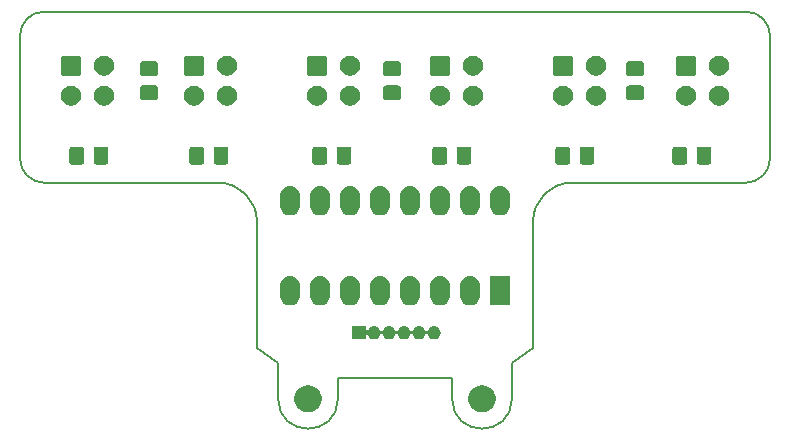
<source format=gbr>
%TF.GenerationSoftware,KiCad,Pcbnew,(5.0.1-3-g963ef8bb5)*%
%TF.CreationDate,2018-11-27T10:46:30+01:00*%
%TF.ProjectId,sensores,73656E736F7265732E6B696361645F70,rev?*%
%TF.SameCoordinates,Original*%
%TF.FileFunction,Soldermask,Bot*%
%TF.FilePolarity,Negative*%
%FSLAX46Y46*%
G04 Gerber Fmt 4.6, Leading zero omitted, Abs format (unit mm)*
G04 Created by KiCad (PCBNEW (5.0.1-3-g963ef8bb5)) date 2018 November 27, Tuesday 10:46:30*
%MOMM*%
%LPD*%
G01*
G04 APERTURE LIST*
%ADD10C,0.150000*%
%ADD11C,0.200000*%
%ADD12C,0.100000*%
G04 APERTURE END LIST*
D10*
X134620000Y-95504000D02*
X134620000Y-97282000D01*
X124968000Y-95504000D02*
X124968000Y-97282000D01*
X124968000Y-95504000D02*
X134620000Y-95504000D01*
X139700000Y-97282000D02*
G75*
G02X134620000Y-97282000I-2540000J0D01*
G01*
X124968000Y-97282000D02*
G75*
G02X119888000Y-97282000I-2540000J0D01*
G01*
X141478000Y-82296000D02*
X141478000Y-92964000D01*
X118110000Y-82296000D02*
X118110000Y-92964000D01*
X100076000Y-78994000D02*
X114808000Y-78994000D01*
X98044000Y-66548000D02*
X98044000Y-76962000D01*
X159512000Y-64516000D02*
X100076000Y-64516000D01*
X161544000Y-76962000D02*
X161544000Y-66548000D01*
X144780000Y-78994000D02*
X159512000Y-78994000D01*
D11*
X141478000Y-82296000D02*
G75*
G02X144780000Y-78994000I3302000J0D01*
G01*
X114808000Y-78994000D02*
G75*
G02X118110000Y-82296000I0J-3302000D01*
G01*
X100076000Y-78994000D02*
G75*
G02X98044000Y-76962000I0J2032000D01*
G01*
X161544000Y-76962000D02*
G75*
G02X159512000Y-78994000I-2032000J0D01*
G01*
D10*
X159512000Y-64516000D02*
G75*
G02X161544000Y-66548000I0J-2032000D01*
G01*
X98044000Y-66548000D02*
G75*
G02X100076000Y-64516000I2032000J0D01*
G01*
X118110000Y-92964000D02*
X119888000Y-94234000D01*
X139700000Y-94234000D02*
X141478000Y-92964000D01*
X139700000Y-94234000D02*
X139700000Y-97282000D01*
X119888000Y-94234000D02*
X119888000Y-97282000D01*
D12*
G36*
X137495734Y-96175232D02*
X137705202Y-96261996D01*
X137893723Y-96387962D01*
X138054038Y-96548277D01*
X138180004Y-96736798D01*
X138266768Y-96946266D01*
X138311000Y-97168635D01*
X138311000Y-97395365D01*
X138266768Y-97617734D01*
X138180004Y-97827202D01*
X138054038Y-98015723D01*
X137893723Y-98176038D01*
X137705202Y-98302004D01*
X137495734Y-98388768D01*
X137273365Y-98433000D01*
X137046635Y-98433000D01*
X136824266Y-98388768D01*
X136614798Y-98302004D01*
X136426277Y-98176038D01*
X136265962Y-98015723D01*
X136139996Y-97827202D01*
X136053232Y-97617734D01*
X136009000Y-97395365D01*
X136009000Y-97168635D01*
X136053232Y-96946266D01*
X136139996Y-96736798D01*
X136265962Y-96548277D01*
X136426277Y-96387962D01*
X136614798Y-96261996D01*
X136824266Y-96175232D01*
X137046635Y-96131000D01*
X137273365Y-96131000D01*
X137495734Y-96175232D01*
X137495734Y-96175232D01*
G37*
G36*
X122763734Y-96175232D02*
X122973202Y-96261996D01*
X123161723Y-96387962D01*
X123322038Y-96548277D01*
X123448004Y-96736798D01*
X123534768Y-96946266D01*
X123579000Y-97168635D01*
X123579000Y-97395365D01*
X123534768Y-97617734D01*
X123448004Y-97827202D01*
X123322038Y-98015723D01*
X123161723Y-98176038D01*
X122973202Y-98302004D01*
X122763734Y-98388768D01*
X122541365Y-98433000D01*
X122314635Y-98433000D01*
X122092266Y-98388768D01*
X121882798Y-98302004D01*
X121694277Y-98176038D01*
X121533962Y-98015723D01*
X121407996Y-97827202D01*
X121321232Y-97617734D01*
X121277000Y-97395365D01*
X121277000Y-97168635D01*
X121321232Y-96946266D01*
X121407996Y-96736798D01*
X121533962Y-96548277D01*
X121694277Y-96387962D01*
X121882798Y-96261996D01*
X122092266Y-96175232D01*
X122314635Y-96131000D01*
X122541365Y-96131000D01*
X122763734Y-96175232D01*
X122763734Y-96175232D01*
G37*
G36*
X127297000Y-91371262D02*
X127299402Y-91395648D01*
X127306515Y-91419097D01*
X127318066Y-91440708D01*
X127333612Y-91459650D01*
X127352554Y-91475196D01*
X127374165Y-91486747D01*
X127397614Y-91493860D01*
X127422000Y-91496262D01*
X127446386Y-91493860D01*
X127469835Y-91486747D01*
X127491446Y-91475196D01*
X127510388Y-91459650D01*
X127532236Y-91430192D01*
X127555644Y-91386400D01*
X127624499Y-91302499D01*
X127708400Y-91233644D01*
X127804121Y-91182479D01*
X127907985Y-91150973D01*
X127988933Y-91143000D01*
X128043067Y-91143000D01*
X128124015Y-91150973D01*
X128227879Y-91182479D01*
X128323600Y-91233644D01*
X128407501Y-91302499D01*
X128476356Y-91386400D01*
X128527521Y-91482121D01*
X128531383Y-91494854D01*
X128540760Y-91517493D01*
X128554374Y-91537867D01*
X128571701Y-91555194D01*
X128592076Y-91568808D01*
X128614715Y-91578186D01*
X128638748Y-91582966D01*
X128663252Y-91582966D01*
X128687286Y-91578185D01*
X128709925Y-91568808D01*
X128730299Y-91555194D01*
X128747626Y-91537867D01*
X128761240Y-91517492D01*
X128770617Y-91494854D01*
X128774479Y-91482121D01*
X128825644Y-91386400D01*
X128894499Y-91302499D01*
X128978400Y-91233644D01*
X129074121Y-91182479D01*
X129177985Y-91150973D01*
X129258933Y-91143000D01*
X129313067Y-91143000D01*
X129394015Y-91150973D01*
X129497879Y-91182479D01*
X129593600Y-91233644D01*
X129677501Y-91302499D01*
X129746356Y-91386400D01*
X129797521Y-91482121D01*
X129801383Y-91494854D01*
X129810760Y-91517493D01*
X129824374Y-91537867D01*
X129841701Y-91555194D01*
X129862076Y-91568808D01*
X129884715Y-91578186D01*
X129908748Y-91582966D01*
X129933252Y-91582966D01*
X129957286Y-91578185D01*
X129979925Y-91568808D01*
X130000299Y-91555194D01*
X130017626Y-91537867D01*
X130031240Y-91517492D01*
X130040617Y-91494854D01*
X130044479Y-91482121D01*
X130095644Y-91386400D01*
X130164499Y-91302499D01*
X130248400Y-91233644D01*
X130344121Y-91182479D01*
X130447985Y-91150973D01*
X130528933Y-91143000D01*
X130583067Y-91143000D01*
X130664015Y-91150973D01*
X130767879Y-91182479D01*
X130863600Y-91233644D01*
X130947501Y-91302499D01*
X131016356Y-91386400D01*
X131067521Y-91482121D01*
X131071383Y-91494854D01*
X131080760Y-91517493D01*
X131094374Y-91537867D01*
X131111701Y-91555194D01*
X131132076Y-91568808D01*
X131154715Y-91578186D01*
X131178748Y-91582966D01*
X131203252Y-91582966D01*
X131227286Y-91578185D01*
X131249925Y-91568808D01*
X131270299Y-91555194D01*
X131287626Y-91537867D01*
X131301240Y-91517492D01*
X131310617Y-91494854D01*
X131314479Y-91482121D01*
X131365644Y-91386400D01*
X131434499Y-91302499D01*
X131518400Y-91233644D01*
X131614121Y-91182479D01*
X131717985Y-91150973D01*
X131798933Y-91143000D01*
X131853067Y-91143000D01*
X131934015Y-91150973D01*
X132037879Y-91182479D01*
X132133600Y-91233644D01*
X132217501Y-91302499D01*
X132286356Y-91386400D01*
X132337521Y-91482121D01*
X132341383Y-91494854D01*
X132350760Y-91517493D01*
X132364374Y-91537867D01*
X132381701Y-91555194D01*
X132402076Y-91568808D01*
X132424715Y-91578186D01*
X132448748Y-91582966D01*
X132473252Y-91582966D01*
X132497286Y-91578185D01*
X132519925Y-91568808D01*
X132540299Y-91555194D01*
X132557626Y-91537867D01*
X132571240Y-91517492D01*
X132580617Y-91494854D01*
X132584479Y-91482121D01*
X132635644Y-91386400D01*
X132704499Y-91302499D01*
X132788400Y-91233644D01*
X132884121Y-91182479D01*
X132987985Y-91150973D01*
X133068933Y-91143000D01*
X133123067Y-91143000D01*
X133204015Y-91150973D01*
X133307879Y-91182479D01*
X133403600Y-91233644D01*
X133487501Y-91302499D01*
X133556356Y-91386400D01*
X133607521Y-91482121D01*
X133639027Y-91585985D01*
X133649666Y-91694000D01*
X133639027Y-91802015D01*
X133607521Y-91905879D01*
X133556356Y-92001600D01*
X133487501Y-92085501D01*
X133403600Y-92154356D01*
X133307879Y-92205521D01*
X133204015Y-92237027D01*
X133123067Y-92245000D01*
X133068933Y-92245000D01*
X132987985Y-92237027D01*
X132884121Y-92205521D01*
X132788400Y-92154356D01*
X132704499Y-92085501D01*
X132635644Y-92001600D01*
X132584479Y-91905879D01*
X132580615Y-91893142D01*
X132571240Y-91870507D01*
X132557626Y-91850133D01*
X132540299Y-91832806D01*
X132519924Y-91819192D01*
X132497285Y-91809814D01*
X132473252Y-91805034D01*
X132448748Y-91805034D01*
X132424714Y-91809815D01*
X132402075Y-91819192D01*
X132381701Y-91832806D01*
X132364374Y-91850133D01*
X132350760Y-91870508D01*
X132341385Y-91893142D01*
X132337521Y-91905879D01*
X132286356Y-92001600D01*
X132217501Y-92085501D01*
X132133600Y-92154356D01*
X132037879Y-92205521D01*
X131934015Y-92237027D01*
X131853067Y-92245000D01*
X131798933Y-92245000D01*
X131717985Y-92237027D01*
X131614121Y-92205521D01*
X131518400Y-92154356D01*
X131434499Y-92085501D01*
X131365644Y-92001600D01*
X131314479Y-91905879D01*
X131310615Y-91893142D01*
X131301240Y-91870507D01*
X131287626Y-91850133D01*
X131270299Y-91832806D01*
X131249924Y-91819192D01*
X131227285Y-91809814D01*
X131203252Y-91805034D01*
X131178748Y-91805034D01*
X131154714Y-91809815D01*
X131132075Y-91819192D01*
X131111701Y-91832806D01*
X131094374Y-91850133D01*
X131080760Y-91870508D01*
X131071385Y-91893142D01*
X131067521Y-91905879D01*
X131016356Y-92001600D01*
X130947501Y-92085501D01*
X130863600Y-92154356D01*
X130767879Y-92205521D01*
X130664015Y-92237027D01*
X130583067Y-92245000D01*
X130528933Y-92245000D01*
X130447985Y-92237027D01*
X130344121Y-92205521D01*
X130248400Y-92154356D01*
X130164499Y-92085501D01*
X130095644Y-92001600D01*
X130044479Y-91905879D01*
X130040615Y-91893142D01*
X130031240Y-91870507D01*
X130017626Y-91850133D01*
X130000299Y-91832806D01*
X129979924Y-91819192D01*
X129957285Y-91809814D01*
X129933252Y-91805034D01*
X129908748Y-91805034D01*
X129884714Y-91809815D01*
X129862075Y-91819192D01*
X129841701Y-91832806D01*
X129824374Y-91850133D01*
X129810760Y-91870508D01*
X129801385Y-91893142D01*
X129797521Y-91905879D01*
X129746356Y-92001600D01*
X129677501Y-92085501D01*
X129593600Y-92154356D01*
X129497879Y-92205521D01*
X129394015Y-92237027D01*
X129313067Y-92245000D01*
X129258933Y-92245000D01*
X129177985Y-92237027D01*
X129074121Y-92205521D01*
X128978400Y-92154356D01*
X128894499Y-92085501D01*
X128825644Y-92001600D01*
X128774479Y-91905879D01*
X128770615Y-91893142D01*
X128761240Y-91870507D01*
X128747626Y-91850133D01*
X128730299Y-91832806D01*
X128709924Y-91819192D01*
X128687285Y-91809814D01*
X128663252Y-91805034D01*
X128638748Y-91805034D01*
X128614714Y-91809815D01*
X128592075Y-91819192D01*
X128571701Y-91832806D01*
X128554374Y-91850133D01*
X128540760Y-91870508D01*
X128531385Y-91893142D01*
X128527521Y-91905879D01*
X128476356Y-92001600D01*
X128407501Y-92085501D01*
X128323600Y-92154356D01*
X128227879Y-92205521D01*
X128124015Y-92237027D01*
X128043067Y-92245000D01*
X127988933Y-92245000D01*
X127907985Y-92237027D01*
X127804121Y-92205521D01*
X127708400Y-92154356D01*
X127624499Y-92085501D01*
X127555644Y-92001600D01*
X127532234Y-91957805D01*
X127518626Y-91937439D01*
X127501299Y-91920111D01*
X127480924Y-91906498D01*
X127458285Y-91897120D01*
X127434252Y-91892340D01*
X127409748Y-91892340D01*
X127385714Y-91897121D01*
X127363075Y-91906498D01*
X127342701Y-91920112D01*
X127325373Y-91937439D01*
X127311760Y-91957814D01*
X127302382Y-91980453D01*
X127297000Y-92016738D01*
X127297000Y-92245000D01*
X126195000Y-92245000D01*
X126195000Y-91143000D01*
X127297000Y-91143000D01*
X127297000Y-91371262D01*
X127297000Y-91371262D01*
G37*
G36*
X131230820Y-86899313D02*
X131230823Y-86899314D01*
X131230824Y-86899314D01*
X131391238Y-86947975D01*
X131391240Y-86947976D01*
X131391243Y-86947977D01*
X131539078Y-87026995D01*
X131668659Y-87133341D01*
X131775005Y-87262922D01*
X131854023Y-87410756D01*
X131902687Y-87571179D01*
X131915000Y-87696196D01*
X131915000Y-88579803D01*
X131902687Y-88704820D01*
X131902686Y-88704822D01*
X131902686Y-88704825D01*
X131854025Y-88865239D01*
X131854023Y-88865244D01*
X131775005Y-89013078D01*
X131668659Y-89142659D01*
X131539078Y-89249005D01*
X131391244Y-89328023D01*
X131391241Y-89328024D01*
X131391239Y-89328025D01*
X131230825Y-89376686D01*
X131230824Y-89376686D01*
X131230821Y-89376687D01*
X131064000Y-89393117D01*
X130897180Y-89376687D01*
X130897177Y-89376686D01*
X130897176Y-89376686D01*
X130736762Y-89328025D01*
X130736760Y-89328024D01*
X130736757Y-89328023D01*
X130588923Y-89249005D01*
X130459342Y-89142659D01*
X130352996Y-89013078D01*
X130273978Y-88865244D01*
X130225314Y-88704821D01*
X130213000Y-88579803D01*
X130213000Y-87696197D01*
X130225313Y-87571180D01*
X130225314Y-87571176D01*
X130273975Y-87410762D01*
X130273976Y-87410760D01*
X130273977Y-87410757D01*
X130352995Y-87262922D01*
X130459341Y-87133341D01*
X130588922Y-87026995D01*
X130736756Y-86947977D01*
X130736759Y-86947976D01*
X130736761Y-86947975D01*
X130897175Y-86899314D01*
X130897176Y-86899314D01*
X130897179Y-86899313D01*
X131064000Y-86882883D01*
X131230820Y-86899313D01*
X131230820Y-86899313D01*
G37*
G36*
X128690820Y-86899313D02*
X128690823Y-86899314D01*
X128690824Y-86899314D01*
X128851238Y-86947975D01*
X128851240Y-86947976D01*
X128851243Y-86947977D01*
X128999078Y-87026995D01*
X129128659Y-87133341D01*
X129235005Y-87262922D01*
X129314023Y-87410756D01*
X129362687Y-87571179D01*
X129375000Y-87696196D01*
X129375000Y-88579803D01*
X129362687Y-88704820D01*
X129362686Y-88704822D01*
X129362686Y-88704825D01*
X129314025Y-88865239D01*
X129314023Y-88865244D01*
X129235005Y-89013078D01*
X129128659Y-89142659D01*
X128999078Y-89249005D01*
X128851244Y-89328023D01*
X128851241Y-89328024D01*
X128851239Y-89328025D01*
X128690825Y-89376686D01*
X128690824Y-89376686D01*
X128690821Y-89376687D01*
X128524000Y-89393117D01*
X128357180Y-89376687D01*
X128357177Y-89376686D01*
X128357176Y-89376686D01*
X128196762Y-89328025D01*
X128196760Y-89328024D01*
X128196757Y-89328023D01*
X128048923Y-89249005D01*
X127919342Y-89142659D01*
X127812996Y-89013078D01*
X127733978Y-88865244D01*
X127685314Y-88704821D01*
X127673000Y-88579803D01*
X127673000Y-87696197D01*
X127685313Y-87571180D01*
X127685314Y-87571176D01*
X127733975Y-87410762D01*
X127733976Y-87410760D01*
X127733977Y-87410757D01*
X127812995Y-87262922D01*
X127919341Y-87133341D01*
X128048922Y-87026995D01*
X128196756Y-86947977D01*
X128196759Y-86947976D01*
X128196761Y-86947975D01*
X128357175Y-86899314D01*
X128357176Y-86899314D01*
X128357179Y-86899313D01*
X128524000Y-86882883D01*
X128690820Y-86899313D01*
X128690820Y-86899313D01*
G37*
G36*
X121070820Y-86899313D02*
X121070823Y-86899314D01*
X121070824Y-86899314D01*
X121231238Y-86947975D01*
X121231240Y-86947976D01*
X121231243Y-86947977D01*
X121379078Y-87026995D01*
X121508659Y-87133341D01*
X121615005Y-87262922D01*
X121694023Y-87410756D01*
X121742687Y-87571179D01*
X121755000Y-87696196D01*
X121755000Y-88579803D01*
X121742687Y-88704820D01*
X121742686Y-88704822D01*
X121742686Y-88704825D01*
X121694025Y-88865239D01*
X121694023Y-88865244D01*
X121615005Y-89013078D01*
X121508659Y-89142659D01*
X121379078Y-89249005D01*
X121231244Y-89328023D01*
X121231241Y-89328024D01*
X121231239Y-89328025D01*
X121070825Y-89376686D01*
X121070824Y-89376686D01*
X121070821Y-89376687D01*
X120904000Y-89393117D01*
X120737180Y-89376687D01*
X120737177Y-89376686D01*
X120737176Y-89376686D01*
X120576762Y-89328025D01*
X120576760Y-89328024D01*
X120576757Y-89328023D01*
X120428923Y-89249005D01*
X120299342Y-89142659D01*
X120192996Y-89013078D01*
X120113978Y-88865244D01*
X120065314Y-88704821D01*
X120053000Y-88579803D01*
X120053000Y-87696197D01*
X120065313Y-87571180D01*
X120065314Y-87571176D01*
X120113975Y-87410762D01*
X120113976Y-87410760D01*
X120113977Y-87410757D01*
X120192995Y-87262922D01*
X120299341Y-87133341D01*
X120428922Y-87026995D01*
X120576756Y-86947977D01*
X120576759Y-86947976D01*
X120576761Y-86947975D01*
X120737175Y-86899314D01*
X120737176Y-86899314D01*
X120737179Y-86899313D01*
X120904000Y-86882883D01*
X121070820Y-86899313D01*
X121070820Y-86899313D01*
G37*
G36*
X123610820Y-86899313D02*
X123610823Y-86899314D01*
X123610824Y-86899314D01*
X123771238Y-86947975D01*
X123771240Y-86947976D01*
X123771243Y-86947977D01*
X123919078Y-87026995D01*
X124048659Y-87133341D01*
X124155005Y-87262922D01*
X124234023Y-87410756D01*
X124282687Y-87571179D01*
X124295000Y-87696196D01*
X124295000Y-88579803D01*
X124282687Y-88704820D01*
X124282686Y-88704822D01*
X124282686Y-88704825D01*
X124234025Y-88865239D01*
X124234023Y-88865244D01*
X124155005Y-89013078D01*
X124048659Y-89142659D01*
X123919078Y-89249005D01*
X123771244Y-89328023D01*
X123771241Y-89328024D01*
X123771239Y-89328025D01*
X123610825Y-89376686D01*
X123610824Y-89376686D01*
X123610821Y-89376687D01*
X123444000Y-89393117D01*
X123277180Y-89376687D01*
X123277177Y-89376686D01*
X123277176Y-89376686D01*
X123116762Y-89328025D01*
X123116760Y-89328024D01*
X123116757Y-89328023D01*
X122968923Y-89249005D01*
X122839342Y-89142659D01*
X122732996Y-89013078D01*
X122653978Y-88865244D01*
X122605314Y-88704821D01*
X122593000Y-88579803D01*
X122593000Y-87696197D01*
X122605313Y-87571180D01*
X122605314Y-87571176D01*
X122653975Y-87410762D01*
X122653976Y-87410760D01*
X122653977Y-87410757D01*
X122732995Y-87262922D01*
X122839341Y-87133341D01*
X122968922Y-87026995D01*
X123116756Y-86947977D01*
X123116759Y-86947976D01*
X123116761Y-86947975D01*
X123277175Y-86899314D01*
X123277176Y-86899314D01*
X123277179Y-86899313D01*
X123444000Y-86882883D01*
X123610820Y-86899313D01*
X123610820Y-86899313D01*
G37*
G36*
X133770820Y-86899313D02*
X133770823Y-86899314D01*
X133770824Y-86899314D01*
X133931238Y-86947975D01*
X133931240Y-86947976D01*
X133931243Y-86947977D01*
X134079078Y-87026995D01*
X134208659Y-87133341D01*
X134315005Y-87262922D01*
X134394023Y-87410756D01*
X134442687Y-87571179D01*
X134455000Y-87696196D01*
X134455000Y-88579803D01*
X134442687Y-88704820D01*
X134442686Y-88704822D01*
X134442686Y-88704825D01*
X134394025Y-88865239D01*
X134394023Y-88865244D01*
X134315005Y-89013078D01*
X134208659Y-89142659D01*
X134079078Y-89249005D01*
X133931244Y-89328023D01*
X133931241Y-89328024D01*
X133931239Y-89328025D01*
X133770825Y-89376686D01*
X133770824Y-89376686D01*
X133770821Y-89376687D01*
X133604000Y-89393117D01*
X133437180Y-89376687D01*
X133437177Y-89376686D01*
X133437176Y-89376686D01*
X133276762Y-89328025D01*
X133276760Y-89328024D01*
X133276757Y-89328023D01*
X133128923Y-89249005D01*
X132999342Y-89142659D01*
X132892996Y-89013078D01*
X132813978Y-88865244D01*
X132765314Y-88704821D01*
X132753000Y-88579803D01*
X132753000Y-87696197D01*
X132765313Y-87571180D01*
X132765314Y-87571176D01*
X132813975Y-87410762D01*
X132813976Y-87410760D01*
X132813977Y-87410757D01*
X132892995Y-87262922D01*
X132999341Y-87133341D01*
X133128922Y-87026995D01*
X133276756Y-86947977D01*
X133276759Y-86947976D01*
X133276761Y-86947975D01*
X133437175Y-86899314D01*
X133437176Y-86899314D01*
X133437179Y-86899313D01*
X133604000Y-86882883D01*
X133770820Y-86899313D01*
X133770820Y-86899313D01*
G37*
G36*
X136310820Y-86899313D02*
X136310823Y-86899314D01*
X136310824Y-86899314D01*
X136471238Y-86947975D01*
X136471240Y-86947976D01*
X136471243Y-86947977D01*
X136619078Y-87026995D01*
X136748659Y-87133341D01*
X136855005Y-87262922D01*
X136934023Y-87410756D01*
X136982687Y-87571179D01*
X136995000Y-87696196D01*
X136995000Y-88579803D01*
X136982687Y-88704820D01*
X136982686Y-88704822D01*
X136982686Y-88704825D01*
X136934025Y-88865239D01*
X136934023Y-88865244D01*
X136855005Y-89013078D01*
X136748659Y-89142659D01*
X136619078Y-89249005D01*
X136471244Y-89328023D01*
X136471241Y-89328024D01*
X136471239Y-89328025D01*
X136310825Y-89376686D01*
X136310824Y-89376686D01*
X136310821Y-89376687D01*
X136144000Y-89393117D01*
X135977180Y-89376687D01*
X135977177Y-89376686D01*
X135977176Y-89376686D01*
X135816762Y-89328025D01*
X135816760Y-89328024D01*
X135816757Y-89328023D01*
X135668923Y-89249005D01*
X135539342Y-89142659D01*
X135432996Y-89013078D01*
X135353978Y-88865244D01*
X135305314Y-88704821D01*
X135293000Y-88579803D01*
X135293000Y-87696197D01*
X135305313Y-87571180D01*
X135305314Y-87571176D01*
X135353975Y-87410762D01*
X135353976Y-87410760D01*
X135353977Y-87410757D01*
X135432995Y-87262922D01*
X135539341Y-87133341D01*
X135668922Y-87026995D01*
X135816756Y-86947977D01*
X135816759Y-86947976D01*
X135816761Y-86947975D01*
X135977175Y-86899314D01*
X135977176Y-86899314D01*
X135977179Y-86899313D01*
X136144000Y-86882883D01*
X136310820Y-86899313D01*
X136310820Y-86899313D01*
G37*
G36*
X126150820Y-86899313D02*
X126150823Y-86899314D01*
X126150824Y-86899314D01*
X126311238Y-86947975D01*
X126311240Y-86947976D01*
X126311243Y-86947977D01*
X126459078Y-87026995D01*
X126588659Y-87133341D01*
X126695005Y-87262922D01*
X126774023Y-87410756D01*
X126822687Y-87571179D01*
X126835000Y-87696196D01*
X126835000Y-88579803D01*
X126822687Y-88704820D01*
X126822686Y-88704822D01*
X126822686Y-88704825D01*
X126774025Y-88865239D01*
X126774023Y-88865244D01*
X126695005Y-89013078D01*
X126588659Y-89142659D01*
X126459078Y-89249005D01*
X126311244Y-89328023D01*
X126311241Y-89328024D01*
X126311239Y-89328025D01*
X126150825Y-89376686D01*
X126150824Y-89376686D01*
X126150821Y-89376687D01*
X125984000Y-89393117D01*
X125817180Y-89376687D01*
X125817177Y-89376686D01*
X125817176Y-89376686D01*
X125656762Y-89328025D01*
X125656760Y-89328024D01*
X125656757Y-89328023D01*
X125508923Y-89249005D01*
X125379342Y-89142659D01*
X125272996Y-89013078D01*
X125193978Y-88865244D01*
X125145314Y-88704821D01*
X125133000Y-88579803D01*
X125133000Y-87696197D01*
X125145313Y-87571180D01*
X125145314Y-87571176D01*
X125193975Y-87410762D01*
X125193976Y-87410760D01*
X125193977Y-87410757D01*
X125272995Y-87262922D01*
X125379341Y-87133341D01*
X125508922Y-87026995D01*
X125656756Y-86947977D01*
X125656759Y-86947976D01*
X125656761Y-86947975D01*
X125817175Y-86899314D01*
X125817176Y-86899314D01*
X125817179Y-86899313D01*
X125984000Y-86882883D01*
X126150820Y-86899313D01*
X126150820Y-86899313D01*
G37*
G36*
X139535000Y-89389000D02*
X137833000Y-89389000D01*
X137833000Y-86887000D01*
X139535000Y-86887000D01*
X139535000Y-89389000D01*
X139535000Y-89389000D01*
G37*
G36*
X123610820Y-79279313D02*
X123610823Y-79279314D01*
X123610824Y-79279314D01*
X123771238Y-79327975D01*
X123771240Y-79327976D01*
X123771243Y-79327977D01*
X123919078Y-79406995D01*
X124048659Y-79513341D01*
X124155005Y-79642922D01*
X124234023Y-79790756D01*
X124282687Y-79951179D01*
X124295000Y-80076196D01*
X124295000Y-80959803D01*
X124282687Y-81084820D01*
X124282686Y-81084822D01*
X124282686Y-81084825D01*
X124234025Y-81245239D01*
X124234023Y-81245244D01*
X124155005Y-81393078D01*
X124048659Y-81522659D01*
X123919078Y-81629005D01*
X123771244Y-81708023D01*
X123771241Y-81708024D01*
X123771239Y-81708025D01*
X123610825Y-81756686D01*
X123610824Y-81756686D01*
X123610821Y-81756687D01*
X123444000Y-81773117D01*
X123277180Y-81756687D01*
X123277177Y-81756686D01*
X123277176Y-81756686D01*
X123116762Y-81708025D01*
X123116760Y-81708024D01*
X123116757Y-81708023D01*
X122968923Y-81629005D01*
X122839342Y-81522659D01*
X122732996Y-81393078D01*
X122653978Y-81245244D01*
X122605314Y-81084821D01*
X122593000Y-80959803D01*
X122593000Y-80076197D01*
X122605313Y-79951180D01*
X122605314Y-79951176D01*
X122653975Y-79790762D01*
X122653976Y-79790760D01*
X122653977Y-79790757D01*
X122732995Y-79642922D01*
X122839341Y-79513341D01*
X122968922Y-79406995D01*
X123116756Y-79327977D01*
X123116759Y-79327976D01*
X123116761Y-79327975D01*
X123277175Y-79279314D01*
X123277176Y-79279314D01*
X123277179Y-79279313D01*
X123444000Y-79262883D01*
X123610820Y-79279313D01*
X123610820Y-79279313D01*
G37*
G36*
X131230820Y-79279313D02*
X131230823Y-79279314D01*
X131230824Y-79279314D01*
X131391238Y-79327975D01*
X131391240Y-79327976D01*
X131391243Y-79327977D01*
X131539078Y-79406995D01*
X131668659Y-79513341D01*
X131775005Y-79642922D01*
X131854023Y-79790756D01*
X131902687Y-79951179D01*
X131915000Y-80076196D01*
X131915000Y-80959803D01*
X131902687Y-81084820D01*
X131902686Y-81084822D01*
X131902686Y-81084825D01*
X131854025Y-81245239D01*
X131854023Y-81245244D01*
X131775005Y-81393078D01*
X131668659Y-81522659D01*
X131539078Y-81629005D01*
X131391244Y-81708023D01*
X131391241Y-81708024D01*
X131391239Y-81708025D01*
X131230825Y-81756686D01*
X131230824Y-81756686D01*
X131230821Y-81756687D01*
X131064000Y-81773117D01*
X130897180Y-81756687D01*
X130897177Y-81756686D01*
X130897176Y-81756686D01*
X130736762Y-81708025D01*
X130736760Y-81708024D01*
X130736757Y-81708023D01*
X130588923Y-81629005D01*
X130459342Y-81522659D01*
X130352996Y-81393078D01*
X130273978Y-81245244D01*
X130225314Y-81084821D01*
X130213000Y-80959803D01*
X130213000Y-80076197D01*
X130225313Y-79951180D01*
X130225314Y-79951176D01*
X130273975Y-79790762D01*
X130273976Y-79790760D01*
X130273977Y-79790757D01*
X130352995Y-79642922D01*
X130459341Y-79513341D01*
X130588922Y-79406995D01*
X130736756Y-79327977D01*
X130736759Y-79327976D01*
X130736761Y-79327975D01*
X130897175Y-79279314D01*
X130897176Y-79279314D01*
X130897179Y-79279313D01*
X131064000Y-79262883D01*
X131230820Y-79279313D01*
X131230820Y-79279313D01*
G37*
G36*
X121070820Y-79279313D02*
X121070823Y-79279314D01*
X121070824Y-79279314D01*
X121231238Y-79327975D01*
X121231240Y-79327976D01*
X121231243Y-79327977D01*
X121379078Y-79406995D01*
X121508659Y-79513341D01*
X121615005Y-79642922D01*
X121694023Y-79790756D01*
X121742687Y-79951179D01*
X121755000Y-80076196D01*
X121755000Y-80959803D01*
X121742687Y-81084820D01*
X121742686Y-81084822D01*
X121742686Y-81084825D01*
X121694025Y-81245239D01*
X121694023Y-81245244D01*
X121615005Y-81393078D01*
X121508659Y-81522659D01*
X121379078Y-81629005D01*
X121231244Y-81708023D01*
X121231241Y-81708024D01*
X121231239Y-81708025D01*
X121070825Y-81756686D01*
X121070824Y-81756686D01*
X121070821Y-81756687D01*
X120904000Y-81773117D01*
X120737180Y-81756687D01*
X120737177Y-81756686D01*
X120737176Y-81756686D01*
X120576762Y-81708025D01*
X120576760Y-81708024D01*
X120576757Y-81708023D01*
X120428923Y-81629005D01*
X120299342Y-81522659D01*
X120192996Y-81393078D01*
X120113978Y-81245244D01*
X120065314Y-81084821D01*
X120053000Y-80959803D01*
X120053000Y-80076197D01*
X120065313Y-79951180D01*
X120065314Y-79951176D01*
X120113975Y-79790762D01*
X120113976Y-79790760D01*
X120113977Y-79790757D01*
X120192995Y-79642922D01*
X120299341Y-79513341D01*
X120428922Y-79406995D01*
X120576756Y-79327977D01*
X120576759Y-79327976D01*
X120576761Y-79327975D01*
X120737175Y-79279314D01*
X120737176Y-79279314D01*
X120737179Y-79279313D01*
X120904000Y-79262883D01*
X121070820Y-79279313D01*
X121070820Y-79279313D01*
G37*
G36*
X138850820Y-79279313D02*
X138850823Y-79279314D01*
X138850824Y-79279314D01*
X139011238Y-79327975D01*
X139011240Y-79327976D01*
X139011243Y-79327977D01*
X139159078Y-79406995D01*
X139288659Y-79513341D01*
X139395005Y-79642922D01*
X139474023Y-79790756D01*
X139522687Y-79951179D01*
X139535000Y-80076196D01*
X139535000Y-80959803D01*
X139522687Y-81084820D01*
X139522686Y-81084822D01*
X139522686Y-81084825D01*
X139474025Y-81245239D01*
X139474023Y-81245244D01*
X139395005Y-81393078D01*
X139288659Y-81522659D01*
X139159078Y-81629005D01*
X139011244Y-81708023D01*
X139011241Y-81708024D01*
X139011239Y-81708025D01*
X138850825Y-81756686D01*
X138850824Y-81756686D01*
X138850821Y-81756687D01*
X138684000Y-81773117D01*
X138517180Y-81756687D01*
X138517177Y-81756686D01*
X138517176Y-81756686D01*
X138356762Y-81708025D01*
X138356760Y-81708024D01*
X138356757Y-81708023D01*
X138208923Y-81629005D01*
X138079342Y-81522659D01*
X137972996Y-81393078D01*
X137893978Y-81245244D01*
X137845314Y-81084821D01*
X137833000Y-80959803D01*
X137833000Y-80076197D01*
X137845313Y-79951180D01*
X137845314Y-79951176D01*
X137893975Y-79790762D01*
X137893976Y-79790760D01*
X137893977Y-79790757D01*
X137972995Y-79642922D01*
X138079341Y-79513341D01*
X138208922Y-79406995D01*
X138356756Y-79327977D01*
X138356759Y-79327976D01*
X138356761Y-79327975D01*
X138517175Y-79279314D01*
X138517176Y-79279314D01*
X138517179Y-79279313D01*
X138684000Y-79262883D01*
X138850820Y-79279313D01*
X138850820Y-79279313D01*
G37*
G36*
X136310820Y-79279313D02*
X136310823Y-79279314D01*
X136310824Y-79279314D01*
X136471238Y-79327975D01*
X136471240Y-79327976D01*
X136471243Y-79327977D01*
X136619078Y-79406995D01*
X136748659Y-79513341D01*
X136855005Y-79642922D01*
X136934023Y-79790756D01*
X136982687Y-79951179D01*
X136995000Y-80076196D01*
X136995000Y-80959803D01*
X136982687Y-81084820D01*
X136982686Y-81084822D01*
X136982686Y-81084825D01*
X136934025Y-81245239D01*
X136934023Y-81245244D01*
X136855005Y-81393078D01*
X136748659Y-81522659D01*
X136619078Y-81629005D01*
X136471244Y-81708023D01*
X136471241Y-81708024D01*
X136471239Y-81708025D01*
X136310825Y-81756686D01*
X136310824Y-81756686D01*
X136310821Y-81756687D01*
X136144000Y-81773117D01*
X135977180Y-81756687D01*
X135977177Y-81756686D01*
X135977176Y-81756686D01*
X135816762Y-81708025D01*
X135816760Y-81708024D01*
X135816757Y-81708023D01*
X135668923Y-81629005D01*
X135539342Y-81522659D01*
X135432996Y-81393078D01*
X135353978Y-81245244D01*
X135305314Y-81084821D01*
X135293000Y-80959803D01*
X135293000Y-80076197D01*
X135305313Y-79951180D01*
X135305314Y-79951176D01*
X135353975Y-79790762D01*
X135353976Y-79790760D01*
X135353977Y-79790757D01*
X135432995Y-79642922D01*
X135539341Y-79513341D01*
X135668922Y-79406995D01*
X135816756Y-79327977D01*
X135816759Y-79327976D01*
X135816761Y-79327975D01*
X135977175Y-79279314D01*
X135977176Y-79279314D01*
X135977179Y-79279313D01*
X136144000Y-79262883D01*
X136310820Y-79279313D01*
X136310820Y-79279313D01*
G37*
G36*
X133770820Y-79279313D02*
X133770823Y-79279314D01*
X133770824Y-79279314D01*
X133931238Y-79327975D01*
X133931240Y-79327976D01*
X133931243Y-79327977D01*
X134079078Y-79406995D01*
X134208659Y-79513341D01*
X134315005Y-79642922D01*
X134394023Y-79790756D01*
X134442687Y-79951179D01*
X134455000Y-80076196D01*
X134455000Y-80959803D01*
X134442687Y-81084820D01*
X134442686Y-81084822D01*
X134442686Y-81084825D01*
X134394025Y-81245239D01*
X134394023Y-81245244D01*
X134315005Y-81393078D01*
X134208659Y-81522659D01*
X134079078Y-81629005D01*
X133931244Y-81708023D01*
X133931241Y-81708024D01*
X133931239Y-81708025D01*
X133770825Y-81756686D01*
X133770824Y-81756686D01*
X133770821Y-81756687D01*
X133604000Y-81773117D01*
X133437180Y-81756687D01*
X133437177Y-81756686D01*
X133437176Y-81756686D01*
X133276762Y-81708025D01*
X133276760Y-81708024D01*
X133276757Y-81708023D01*
X133128923Y-81629005D01*
X132999342Y-81522659D01*
X132892996Y-81393078D01*
X132813978Y-81245244D01*
X132765314Y-81084821D01*
X132753000Y-80959803D01*
X132753000Y-80076197D01*
X132765313Y-79951180D01*
X132765314Y-79951176D01*
X132813975Y-79790762D01*
X132813976Y-79790760D01*
X132813977Y-79790757D01*
X132892995Y-79642922D01*
X132999341Y-79513341D01*
X133128922Y-79406995D01*
X133276756Y-79327977D01*
X133276759Y-79327976D01*
X133276761Y-79327975D01*
X133437175Y-79279314D01*
X133437176Y-79279314D01*
X133437179Y-79279313D01*
X133604000Y-79262883D01*
X133770820Y-79279313D01*
X133770820Y-79279313D01*
G37*
G36*
X126150820Y-79279313D02*
X126150823Y-79279314D01*
X126150824Y-79279314D01*
X126311238Y-79327975D01*
X126311240Y-79327976D01*
X126311243Y-79327977D01*
X126459078Y-79406995D01*
X126588659Y-79513341D01*
X126695005Y-79642922D01*
X126774023Y-79790756D01*
X126822687Y-79951179D01*
X126835000Y-80076196D01*
X126835000Y-80959803D01*
X126822687Y-81084820D01*
X126822686Y-81084822D01*
X126822686Y-81084825D01*
X126774025Y-81245239D01*
X126774023Y-81245244D01*
X126695005Y-81393078D01*
X126588659Y-81522659D01*
X126459078Y-81629005D01*
X126311244Y-81708023D01*
X126311241Y-81708024D01*
X126311239Y-81708025D01*
X126150825Y-81756686D01*
X126150824Y-81756686D01*
X126150821Y-81756687D01*
X125984000Y-81773117D01*
X125817180Y-81756687D01*
X125817177Y-81756686D01*
X125817176Y-81756686D01*
X125656762Y-81708025D01*
X125656760Y-81708024D01*
X125656757Y-81708023D01*
X125508923Y-81629005D01*
X125379342Y-81522659D01*
X125272996Y-81393078D01*
X125193978Y-81245244D01*
X125145314Y-81084821D01*
X125133000Y-80959803D01*
X125133000Y-80076197D01*
X125145313Y-79951180D01*
X125145314Y-79951176D01*
X125193975Y-79790762D01*
X125193976Y-79790760D01*
X125193977Y-79790757D01*
X125272995Y-79642922D01*
X125379341Y-79513341D01*
X125508922Y-79406995D01*
X125656756Y-79327977D01*
X125656759Y-79327976D01*
X125656761Y-79327975D01*
X125817175Y-79279314D01*
X125817176Y-79279314D01*
X125817179Y-79279313D01*
X125984000Y-79262883D01*
X126150820Y-79279313D01*
X126150820Y-79279313D01*
G37*
G36*
X128690820Y-79279313D02*
X128690823Y-79279314D01*
X128690824Y-79279314D01*
X128851238Y-79327975D01*
X128851240Y-79327976D01*
X128851243Y-79327977D01*
X128999078Y-79406995D01*
X129128659Y-79513341D01*
X129235005Y-79642922D01*
X129314023Y-79790756D01*
X129362687Y-79951179D01*
X129375000Y-80076196D01*
X129375000Y-80959803D01*
X129362687Y-81084820D01*
X129362686Y-81084822D01*
X129362686Y-81084825D01*
X129314025Y-81245239D01*
X129314023Y-81245244D01*
X129235005Y-81393078D01*
X129128659Y-81522659D01*
X128999078Y-81629005D01*
X128851244Y-81708023D01*
X128851241Y-81708024D01*
X128851239Y-81708025D01*
X128690825Y-81756686D01*
X128690824Y-81756686D01*
X128690821Y-81756687D01*
X128524000Y-81773117D01*
X128357180Y-81756687D01*
X128357177Y-81756686D01*
X128357176Y-81756686D01*
X128196762Y-81708025D01*
X128196760Y-81708024D01*
X128196757Y-81708023D01*
X128048923Y-81629005D01*
X127919342Y-81522659D01*
X127812996Y-81393078D01*
X127733978Y-81245244D01*
X127685314Y-81084821D01*
X127673000Y-80959803D01*
X127673000Y-80076197D01*
X127685313Y-79951180D01*
X127685314Y-79951176D01*
X127733975Y-79790762D01*
X127733976Y-79790760D01*
X127733977Y-79790757D01*
X127812995Y-79642922D01*
X127919341Y-79513341D01*
X128048922Y-79406995D01*
X128196756Y-79327977D01*
X128196759Y-79327976D01*
X128196761Y-79327975D01*
X128357175Y-79279314D01*
X128357176Y-79279314D01*
X128357179Y-79279313D01*
X128524000Y-79262883D01*
X128690820Y-79279313D01*
X128690820Y-79279313D01*
G37*
G36*
X134049677Y-75961465D02*
X134087364Y-75972898D01*
X134122103Y-75991466D01*
X134152548Y-76016452D01*
X134177534Y-76046897D01*
X134196102Y-76081636D01*
X134207535Y-76119323D01*
X134212000Y-76164661D01*
X134212000Y-77251339D01*
X134207535Y-77296677D01*
X134196102Y-77334364D01*
X134177534Y-77369103D01*
X134152548Y-77399548D01*
X134122103Y-77424534D01*
X134087364Y-77443102D01*
X134049677Y-77454535D01*
X134004339Y-77459000D01*
X133167661Y-77459000D01*
X133122323Y-77454535D01*
X133084636Y-77443102D01*
X133049897Y-77424534D01*
X133019452Y-77399548D01*
X132994466Y-77369103D01*
X132975898Y-77334364D01*
X132964465Y-77296677D01*
X132960000Y-77251339D01*
X132960000Y-76164661D01*
X132964465Y-76119323D01*
X132975898Y-76081636D01*
X132994466Y-76046897D01*
X133019452Y-76016452D01*
X133049897Y-75991466D01*
X133084636Y-75972898D01*
X133122323Y-75961465D01*
X133167661Y-75957000D01*
X134004339Y-75957000D01*
X134049677Y-75961465D01*
X134049677Y-75961465D01*
G37*
G36*
X136099677Y-75961465D02*
X136137364Y-75972898D01*
X136172103Y-75991466D01*
X136202548Y-76016452D01*
X136227534Y-76046897D01*
X136246102Y-76081636D01*
X136257535Y-76119323D01*
X136262000Y-76164661D01*
X136262000Y-77251339D01*
X136257535Y-77296677D01*
X136246102Y-77334364D01*
X136227534Y-77369103D01*
X136202548Y-77399548D01*
X136172103Y-77424534D01*
X136137364Y-77443102D01*
X136099677Y-77454535D01*
X136054339Y-77459000D01*
X135217661Y-77459000D01*
X135172323Y-77454535D01*
X135134636Y-77443102D01*
X135099897Y-77424534D01*
X135069452Y-77399548D01*
X135044466Y-77369103D01*
X135025898Y-77334364D01*
X135014465Y-77296677D01*
X135010000Y-77251339D01*
X135010000Y-76164661D01*
X135014465Y-76119323D01*
X135025898Y-76081636D01*
X135044466Y-76046897D01*
X135069452Y-76016452D01*
X135099897Y-75991466D01*
X135134636Y-75972898D01*
X135172323Y-75961465D01*
X135217661Y-75957000D01*
X136054339Y-75957000D01*
X136099677Y-75961465D01*
X136099677Y-75961465D01*
G37*
G36*
X105365677Y-75961465D02*
X105403364Y-75972898D01*
X105438103Y-75991466D01*
X105468548Y-76016452D01*
X105493534Y-76046897D01*
X105512102Y-76081636D01*
X105523535Y-76119323D01*
X105528000Y-76164661D01*
X105528000Y-77251339D01*
X105523535Y-77296677D01*
X105512102Y-77334364D01*
X105493534Y-77369103D01*
X105468548Y-77399548D01*
X105438103Y-77424534D01*
X105403364Y-77443102D01*
X105365677Y-77454535D01*
X105320339Y-77459000D01*
X104483661Y-77459000D01*
X104438323Y-77454535D01*
X104400636Y-77443102D01*
X104365897Y-77424534D01*
X104335452Y-77399548D01*
X104310466Y-77369103D01*
X104291898Y-77334364D01*
X104280465Y-77296677D01*
X104276000Y-77251339D01*
X104276000Y-76164661D01*
X104280465Y-76119323D01*
X104291898Y-76081636D01*
X104310466Y-76046897D01*
X104335452Y-76016452D01*
X104365897Y-75991466D01*
X104400636Y-75972898D01*
X104438323Y-75961465D01*
X104483661Y-75957000D01*
X105320339Y-75957000D01*
X105365677Y-75961465D01*
X105365677Y-75961465D01*
G37*
G36*
X103315677Y-75961465D02*
X103353364Y-75972898D01*
X103388103Y-75991466D01*
X103418548Y-76016452D01*
X103443534Y-76046897D01*
X103462102Y-76081636D01*
X103473535Y-76119323D01*
X103478000Y-76164661D01*
X103478000Y-77251339D01*
X103473535Y-77296677D01*
X103462102Y-77334364D01*
X103443534Y-77369103D01*
X103418548Y-77399548D01*
X103388103Y-77424534D01*
X103353364Y-77443102D01*
X103315677Y-77454535D01*
X103270339Y-77459000D01*
X102433661Y-77459000D01*
X102388323Y-77454535D01*
X102350636Y-77443102D01*
X102315897Y-77424534D01*
X102285452Y-77399548D01*
X102260466Y-77369103D01*
X102241898Y-77334364D01*
X102230465Y-77296677D01*
X102226000Y-77251339D01*
X102226000Y-76164661D01*
X102230465Y-76119323D01*
X102241898Y-76081636D01*
X102260466Y-76046897D01*
X102285452Y-76016452D01*
X102315897Y-75991466D01*
X102350636Y-75972898D01*
X102388323Y-75961465D01*
X102433661Y-75957000D01*
X103270339Y-75957000D01*
X103315677Y-75961465D01*
X103315677Y-75961465D01*
G37*
G36*
X115525677Y-75961465D02*
X115563364Y-75972898D01*
X115598103Y-75991466D01*
X115628548Y-76016452D01*
X115653534Y-76046897D01*
X115672102Y-76081636D01*
X115683535Y-76119323D01*
X115688000Y-76164661D01*
X115688000Y-77251339D01*
X115683535Y-77296677D01*
X115672102Y-77334364D01*
X115653534Y-77369103D01*
X115628548Y-77399548D01*
X115598103Y-77424534D01*
X115563364Y-77443102D01*
X115525677Y-77454535D01*
X115480339Y-77459000D01*
X114643661Y-77459000D01*
X114598323Y-77454535D01*
X114560636Y-77443102D01*
X114525897Y-77424534D01*
X114495452Y-77399548D01*
X114470466Y-77369103D01*
X114451898Y-77334364D01*
X114440465Y-77296677D01*
X114436000Y-77251339D01*
X114436000Y-76164661D01*
X114440465Y-76119323D01*
X114451898Y-76081636D01*
X114470466Y-76046897D01*
X114495452Y-76016452D01*
X114525897Y-75991466D01*
X114560636Y-75972898D01*
X114598323Y-75961465D01*
X114643661Y-75957000D01*
X115480339Y-75957000D01*
X115525677Y-75961465D01*
X115525677Y-75961465D01*
G37*
G36*
X113475677Y-75961465D02*
X113513364Y-75972898D01*
X113548103Y-75991466D01*
X113578548Y-76016452D01*
X113603534Y-76046897D01*
X113622102Y-76081636D01*
X113633535Y-76119323D01*
X113638000Y-76164661D01*
X113638000Y-77251339D01*
X113633535Y-77296677D01*
X113622102Y-77334364D01*
X113603534Y-77369103D01*
X113578548Y-77399548D01*
X113548103Y-77424534D01*
X113513364Y-77443102D01*
X113475677Y-77454535D01*
X113430339Y-77459000D01*
X112593661Y-77459000D01*
X112548323Y-77454535D01*
X112510636Y-77443102D01*
X112475897Y-77424534D01*
X112445452Y-77399548D01*
X112420466Y-77369103D01*
X112401898Y-77334364D01*
X112390465Y-77296677D01*
X112386000Y-77251339D01*
X112386000Y-76164661D01*
X112390465Y-76119323D01*
X112401898Y-76081636D01*
X112420466Y-76046897D01*
X112445452Y-76016452D01*
X112475897Y-75991466D01*
X112510636Y-75972898D01*
X112548323Y-75961465D01*
X112593661Y-75957000D01*
X113430339Y-75957000D01*
X113475677Y-75961465D01*
X113475677Y-75961465D01*
G37*
G36*
X123889677Y-75961465D02*
X123927364Y-75972898D01*
X123962103Y-75991466D01*
X123992548Y-76016452D01*
X124017534Y-76046897D01*
X124036102Y-76081636D01*
X124047535Y-76119323D01*
X124052000Y-76164661D01*
X124052000Y-77251339D01*
X124047535Y-77296677D01*
X124036102Y-77334364D01*
X124017534Y-77369103D01*
X123992548Y-77399548D01*
X123962103Y-77424534D01*
X123927364Y-77443102D01*
X123889677Y-77454535D01*
X123844339Y-77459000D01*
X123007661Y-77459000D01*
X122962323Y-77454535D01*
X122924636Y-77443102D01*
X122889897Y-77424534D01*
X122859452Y-77399548D01*
X122834466Y-77369103D01*
X122815898Y-77334364D01*
X122804465Y-77296677D01*
X122800000Y-77251339D01*
X122800000Y-76164661D01*
X122804465Y-76119323D01*
X122815898Y-76081636D01*
X122834466Y-76046897D01*
X122859452Y-76016452D01*
X122889897Y-75991466D01*
X122924636Y-75972898D01*
X122962323Y-75961465D01*
X123007661Y-75957000D01*
X123844339Y-75957000D01*
X123889677Y-75961465D01*
X123889677Y-75961465D01*
G37*
G36*
X125939677Y-75961465D02*
X125977364Y-75972898D01*
X126012103Y-75991466D01*
X126042548Y-76016452D01*
X126067534Y-76046897D01*
X126086102Y-76081636D01*
X126097535Y-76119323D01*
X126102000Y-76164661D01*
X126102000Y-77251339D01*
X126097535Y-77296677D01*
X126086102Y-77334364D01*
X126067534Y-77369103D01*
X126042548Y-77399548D01*
X126012103Y-77424534D01*
X125977364Y-77443102D01*
X125939677Y-77454535D01*
X125894339Y-77459000D01*
X125057661Y-77459000D01*
X125012323Y-77454535D01*
X124974636Y-77443102D01*
X124939897Y-77424534D01*
X124909452Y-77399548D01*
X124884466Y-77369103D01*
X124865898Y-77334364D01*
X124854465Y-77296677D01*
X124850000Y-77251339D01*
X124850000Y-76164661D01*
X124854465Y-76119323D01*
X124865898Y-76081636D01*
X124884466Y-76046897D01*
X124909452Y-76016452D01*
X124939897Y-75991466D01*
X124974636Y-75972898D01*
X125012323Y-75961465D01*
X125057661Y-75957000D01*
X125894339Y-75957000D01*
X125939677Y-75961465D01*
X125939677Y-75961465D01*
G37*
G36*
X146513677Y-75961465D02*
X146551364Y-75972898D01*
X146586103Y-75991466D01*
X146616548Y-76016452D01*
X146641534Y-76046897D01*
X146660102Y-76081636D01*
X146671535Y-76119323D01*
X146676000Y-76164661D01*
X146676000Y-77251339D01*
X146671535Y-77296677D01*
X146660102Y-77334364D01*
X146641534Y-77369103D01*
X146616548Y-77399548D01*
X146586103Y-77424534D01*
X146551364Y-77443102D01*
X146513677Y-77454535D01*
X146468339Y-77459000D01*
X145631661Y-77459000D01*
X145586323Y-77454535D01*
X145548636Y-77443102D01*
X145513897Y-77424534D01*
X145483452Y-77399548D01*
X145458466Y-77369103D01*
X145439898Y-77334364D01*
X145428465Y-77296677D01*
X145424000Y-77251339D01*
X145424000Y-76164661D01*
X145428465Y-76119323D01*
X145439898Y-76081636D01*
X145458466Y-76046897D01*
X145483452Y-76016452D01*
X145513897Y-75991466D01*
X145548636Y-75972898D01*
X145586323Y-75961465D01*
X145631661Y-75957000D01*
X146468339Y-75957000D01*
X146513677Y-75961465D01*
X146513677Y-75961465D01*
G37*
G36*
X144463677Y-75961465D02*
X144501364Y-75972898D01*
X144536103Y-75991466D01*
X144566548Y-76016452D01*
X144591534Y-76046897D01*
X144610102Y-76081636D01*
X144621535Y-76119323D01*
X144626000Y-76164661D01*
X144626000Y-77251339D01*
X144621535Y-77296677D01*
X144610102Y-77334364D01*
X144591534Y-77369103D01*
X144566548Y-77399548D01*
X144536103Y-77424534D01*
X144501364Y-77443102D01*
X144463677Y-77454535D01*
X144418339Y-77459000D01*
X143581661Y-77459000D01*
X143536323Y-77454535D01*
X143498636Y-77443102D01*
X143463897Y-77424534D01*
X143433452Y-77399548D01*
X143408466Y-77369103D01*
X143389898Y-77334364D01*
X143378465Y-77296677D01*
X143374000Y-77251339D01*
X143374000Y-76164661D01*
X143378465Y-76119323D01*
X143389898Y-76081636D01*
X143408466Y-76046897D01*
X143433452Y-76016452D01*
X143463897Y-75991466D01*
X143498636Y-75972898D01*
X143536323Y-75961465D01*
X143581661Y-75957000D01*
X144418339Y-75957000D01*
X144463677Y-75961465D01*
X144463677Y-75961465D01*
G37*
G36*
X156419677Y-75961465D02*
X156457364Y-75972898D01*
X156492103Y-75991466D01*
X156522548Y-76016452D01*
X156547534Y-76046897D01*
X156566102Y-76081636D01*
X156577535Y-76119323D01*
X156582000Y-76164661D01*
X156582000Y-77251339D01*
X156577535Y-77296677D01*
X156566102Y-77334364D01*
X156547534Y-77369103D01*
X156522548Y-77399548D01*
X156492103Y-77424534D01*
X156457364Y-77443102D01*
X156419677Y-77454535D01*
X156374339Y-77459000D01*
X155537661Y-77459000D01*
X155492323Y-77454535D01*
X155454636Y-77443102D01*
X155419897Y-77424534D01*
X155389452Y-77399548D01*
X155364466Y-77369103D01*
X155345898Y-77334364D01*
X155334465Y-77296677D01*
X155330000Y-77251339D01*
X155330000Y-76164661D01*
X155334465Y-76119323D01*
X155345898Y-76081636D01*
X155364466Y-76046897D01*
X155389452Y-76016452D01*
X155419897Y-75991466D01*
X155454636Y-75972898D01*
X155492323Y-75961465D01*
X155537661Y-75957000D01*
X156374339Y-75957000D01*
X156419677Y-75961465D01*
X156419677Y-75961465D01*
G37*
G36*
X154369677Y-75961465D02*
X154407364Y-75972898D01*
X154442103Y-75991466D01*
X154472548Y-76016452D01*
X154497534Y-76046897D01*
X154516102Y-76081636D01*
X154527535Y-76119323D01*
X154532000Y-76164661D01*
X154532000Y-77251339D01*
X154527535Y-77296677D01*
X154516102Y-77334364D01*
X154497534Y-77369103D01*
X154472548Y-77399548D01*
X154442103Y-77424534D01*
X154407364Y-77443102D01*
X154369677Y-77454535D01*
X154324339Y-77459000D01*
X153487661Y-77459000D01*
X153442323Y-77454535D01*
X153404636Y-77443102D01*
X153369897Y-77424534D01*
X153339452Y-77399548D01*
X153314466Y-77369103D01*
X153295898Y-77334364D01*
X153284465Y-77296677D01*
X153280000Y-77251339D01*
X153280000Y-76164661D01*
X153284465Y-76119323D01*
X153295898Y-76081636D01*
X153314466Y-76046897D01*
X153339452Y-76016452D01*
X153369897Y-75991466D01*
X153404636Y-75972898D01*
X153442323Y-75961465D01*
X153487661Y-75957000D01*
X154324339Y-75957000D01*
X154369677Y-75961465D01*
X154369677Y-75961465D01*
G37*
G36*
X147066228Y-70809703D02*
X147221100Y-70873853D01*
X147360481Y-70966985D01*
X147479015Y-71085519D01*
X147572147Y-71224900D01*
X147636297Y-71379772D01*
X147669000Y-71544184D01*
X147669000Y-71711816D01*
X147636297Y-71876228D01*
X147572147Y-72031100D01*
X147479015Y-72170481D01*
X147360481Y-72289015D01*
X147221100Y-72382147D01*
X147066228Y-72446297D01*
X146901816Y-72479000D01*
X146734184Y-72479000D01*
X146569772Y-72446297D01*
X146414900Y-72382147D01*
X146275519Y-72289015D01*
X146156985Y-72170481D01*
X146063853Y-72031100D01*
X145999703Y-71876228D01*
X145967000Y-71711816D01*
X145967000Y-71544184D01*
X145999703Y-71379772D01*
X146063853Y-71224900D01*
X146156985Y-71085519D01*
X146275519Y-70966985D01*
X146414900Y-70873853D01*
X146569772Y-70809703D01*
X146734184Y-70777000D01*
X146901816Y-70777000D01*
X147066228Y-70809703D01*
X147066228Y-70809703D01*
G37*
G36*
X133852228Y-70809703D02*
X134007100Y-70873853D01*
X134146481Y-70966985D01*
X134265015Y-71085519D01*
X134358147Y-71224900D01*
X134422297Y-71379772D01*
X134455000Y-71544184D01*
X134455000Y-71711816D01*
X134422297Y-71876228D01*
X134358147Y-72031100D01*
X134265015Y-72170481D01*
X134146481Y-72289015D01*
X134007100Y-72382147D01*
X133852228Y-72446297D01*
X133687816Y-72479000D01*
X133520184Y-72479000D01*
X133355772Y-72446297D01*
X133200900Y-72382147D01*
X133061519Y-72289015D01*
X132942985Y-72170481D01*
X132849853Y-72031100D01*
X132785703Y-71876228D01*
X132753000Y-71711816D01*
X132753000Y-71544184D01*
X132785703Y-71379772D01*
X132849853Y-71224900D01*
X132942985Y-71085519D01*
X133061519Y-70966985D01*
X133200900Y-70873853D01*
X133355772Y-70809703D01*
X133520184Y-70777000D01*
X133687816Y-70777000D01*
X133852228Y-70809703D01*
X133852228Y-70809703D01*
G37*
G36*
X144266228Y-70809703D02*
X144421100Y-70873853D01*
X144560481Y-70966985D01*
X144679015Y-71085519D01*
X144772147Y-71224900D01*
X144836297Y-71379772D01*
X144869000Y-71544184D01*
X144869000Y-71711816D01*
X144836297Y-71876228D01*
X144772147Y-72031100D01*
X144679015Y-72170481D01*
X144560481Y-72289015D01*
X144421100Y-72382147D01*
X144266228Y-72446297D01*
X144101816Y-72479000D01*
X143934184Y-72479000D01*
X143769772Y-72446297D01*
X143614900Y-72382147D01*
X143475519Y-72289015D01*
X143356985Y-72170481D01*
X143263853Y-72031100D01*
X143199703Y-71876228D01*
X143167000Y-71711816D01*
X143167000Y-71544184D01*
X143199703Y-71379772D01*
X143263853Y-71224900D01*
X143356985Y-71085519D01*
X143475519Y-70966985D01*
X143614900Y-70873853D01*
X143769772Y-70809703D01*
X143934184Y-70777000D01*
X144101816Y-70777000D01*
X144266228Y-70809703D01*
X144266228Y-70809703D01*
G37*
G36*
X154680228Y-70809703D02*
X154835100Y-70873853D01*
X154974481Y-70966985D01*
X155093015Y-71085519D01*
X155186147Y-71224900D01*
X155250297Y-71379772D01*
X155283000Y-71544184D01*
X155283000Y-71711816D01*
X155250297Y-71876228D01*
X155186147Y-72031100D01*
X155093015Y-72170481D01*
X154974481Y-72289015D01*
X154835100Y-72382147D01*
X154680228Y-72446297D01*
X154515816Y-72479000D01*
X154348184Y-72479000D01*
X154183772Y-72446297D01*
X154028900Y-72382147D01*
X153889519Y-72289015D01*
X153770985Y-72170481D01*
X153677853Y-72031100D01*
X153613703Y-71876228D01*
X153581000Y-71711816D01*
X153581000Y-71544184D01*
X153613703Y-71379772D01*
X153677853Y-71224900D01*
X153770985Y-71085519D01*
X153889519Y-70966985D01*
X154028900Y-70873853D01*
X154183772Y-70809703D01*
X154348184Y-70777000D01*
X154515816Y-70777000D01*
X154680228Y-70809703D01*
X154680228Y-70809703D01*
G37*
G36*
X136652228Y-70809703D02*
X136807100Y-70873853D01*
X136946481Y-70966985D01*
X137065015Y-71085519D01*
X137158147Y-71224900D01*
X137222297Y-71379772D01*
X137255000Y-71544184D01*
X137255000Y-71711816D01*
X137222297Y-71876228D01*
X137158147Y-72031100D01*
X137065015Y-72170481D01*
X136946481Y-72289015D01*
X136807100Y-72382147D01*
X136652228Y-72446297D01*
X136487816Y-72479000D01*
X136320184Y-72479000D01*
X136155772Y-72446297D01*
X136000900Y-72382147D01*
X135861519Y-72289015D01*
X135742985Y-72170481D01*
X135649853Y-72031100D01*
X135585703Y-71876228D01*
X135553000Y-71711816D01*
X135553000Y-71544184D01*
X135585703Y-71379772D01*
X135649853Y-71224900D01*
X135742985Y-71085519D01*
X135861519Y-70966985D01*
X136000900Y-70873853D01*
X136155772Y-70809703D01*
X136320184Y-70777000D01*
X136487816Y-70777000D01*
X136652228Y-70809703D01*
X136652228Y-70809703D01*
G37*
G36*
X157480228Y-70809703D02*
X157635100Y-70873853D01*
X157774481Y-70966985D01*
X157893015Y-71085519D01*
X157986147Y-71224900D01*
X158050297Y-71379772D01*
X158083000Y-71544184D01*
X158083000Y-71711816D01*
X158050297Y-71876228D01*
X157986147Y-72031100D01*
X157893015Y-72170481D01*
X157774481Y-72289015D01*
X157635100Y-72382147D01*
X157480228Y-72446297D01*
X157315816Y-72479000D01*
X157148184Y-72479000D01*
X156983772Y-72446297D01*
X156828900Y-72382147D01*
X156689519Y-72289015D01*
X156570985Y-72170481D01*
X156477853Y-72031100D01*
X156413703Y-71876228D01*
X156381000Y-71711816D01*
X156381000Y-71544184D01*
X156413703Y-71379772D01*
X156477853Y-71224900D01*
X156570985Y-71085519D01*
X156689519Y-70966985D01*
X156828900Y-70873853D01*
X156983772Y-70809703D01*
X157148184Y-70777000D01*
X157315816Y-70777000D01*
X157480228Y-70809703D01*
X157480228Y-70809703D01*
G37*
G36*
X102610228Y-70809703D02*
X102765100Y-70873853D01*
X102904481Y-70966985D01*
X103023015Y-71085519D01*
X103116147Y-71224900D01*
X103180297Y-71379772D01*
X103213000Y-71544184D01*
X103213000Y-71711816D01*
X103180297Y-71876228D01*
X103116147Y-72031100D01*
X103023015Y-72170481D01*
X102904481Y-72289015D01*
X102765100Y-72382147D01*
X102610228Y-72446297D01*
X102445816Y-72479000D01*
X102278184Y-72479000D01*
X102113772Y-72446297D01*
X101958900Y-72382147D01*
X101819519Y-72289015D01*
X101700985Y-72170481D01*
X101607853Y-72031100D01*
X101543703Y-71876228D01*
X101511000Y-71711816D01*
X101511000Y-71544184D01*
X101543703Y-71379772D01*
X101607853Y-71224900D01*
X101700985Y-71085519D01*
X101819519Y-70966985D01*
X101958900Y-70873853D01*
X102113772Y-70809703D01*
X102278184Y-70777000D01*
X102445816Y-70777000D01*
X102610228Y-70809703D01*
X102610228Y-70809703D01*
G37*
G36*
X105410228Y-70809703D02*
X105565100Y-70873853D01*
X105704481Y-70966985D01*
X105823015Y-71085519D01*
X105916147Y-71224900D01*
X105980297Y-71379772D01*
X106013000Y-71544184D01*
X106013000Y-71711816D01*
X105980297Y-71876228D01*
X105916147Y-72031100D01*
X105823015Y-72170481D01*
X105704481Y-72289015D01*
X105565100Y-72382147D01*
X105410228Y-72446297D01*
X105245816Y-72479000D01*
X105078184Y-72479000D01*
X104913772Y-72446297D01*
X104758900Y-72382147D01*
X104619519Y-72289015D01*
X104500985Y-72170481D01*
X104407853Y-72031100D01*
X104343703Y-71876228D01*
X104311000Y-71711816D01*
X104311000Y-71544184D01*
X104343703Y-71379772D01*
X104407853Y-71224900D01*
X104500985Y-71085519D01*
X104619519Y-70966985D01*
X104758900Y-70873853D01*
X104913772Y-70809703D01*
X105078184Y-70777000D01*
X105245816Y-70777000D01*
X105410228Y-70809703D01*
X105410228Y-70809703D01*
G37*
G36*
X113024228Y-70809703D02*
X113179100Y-70873853D01*
X113318481Y-70966985D01*
X113437015Y-71085519D01*
X113530147Y-71224900D01*
X113594297Y-71379772D01*
X113627000Y-71544184D01*
X113627000Y-71711816D01*
X113594297Y-71876228D01*
X113530147Y-72031100D01*
X113437015Y-72170481D01*
X113318481Y-72289015D01*
X113179100Y-72382147D01*
X113024228Y-72446297D01*
X112859816Y-72479000D01*
X112692184Y-72479000D01*
X112527772Y-72446297D01*
X112372900Y-72382147D01*
X112233519Y-72289015D01*
X112114985Y-72170481D01*
X112021853Y-72031100D01*
X111957703Y-71876228D01*
X111925000Y-71711816D01*
X111925000Y-71544184D01*
X111957703Y-71379772D01*
X112021853Y-71224900D01*
X112114985Y-71085519D01*
X112233519Y-70966985D01*
X112372900Y-70873853D01*
X112527772Y-70809703D01*
X112692184Y-70777000D01*
X112859816Y-70777000D01*
X113024228Y-70809703D01*
X113024228Y-70809703D01*
G37*
G36*
X115824228Y-70809703D02*
X115979100Y-70873853D01*
X116118481Y-70966985D01*
X116237015Y-71085519D01*
X116330147Y-71224900D01*
X116394297Y-71379772D01*
X116427000Y-71544184D01*
X116427000Y-71711816D01*
X116394297Y-71876228D01*
X116330147Y-72031100D01*
X116237015Y-72170481D01*
X116118481Y-72289015D01*
X115979100Y-72382147D01*
X115824228Y-72446297D01*
X115659816Y-72479000D01*
X115492184Y-72479000D01*
X115327772Y-72446297D01*
X115172900Y-72382147D01*
X115033519Y-72289015D01*
X114914985Y-72170481D01*
X114821853Y-72031100D01*
X114757703Y-71876228D01*
X114725000Y-71711816D01*
X114725000Y-71544184D01*
X114757703Y-71379772D01*
X114821853Y-71224900D01*
X114914985Y-71085519D01*
X115033519Y-70966985D01*
X115172900Y-70873853D01*
X115327772Y-70809703D01*
X115492184Y-70777000D01*
X115659816Y-70777000D01*
X115824228Y-70809703D01*
X115824228Y-70809703D01*
G37*
G36*
X123438228Y-70809703D02*
X123593100Y-70873853D01*
X123732481Y-70966985D01*
X123851015Y-71085519D01*
X123944147Y-71224900D01*
X124008297Y-71379772D01*
X124041000Y-71544184D01*
X124041000Y-71711816D01*
X124008297Y-71876228D01*
X123944147Y-72031100D01*
X123851015Y-72170481D01*
X123732481Y-72289015D01*
X123593100Y-72382147D01*
X123438228Y-72446297D01*
X123273816Y-72479000D01*
X123106184Y-72479000D01*
X122941772Y-72446297D01*
X122786900Y-72382147D01*
X122647519Y-72289015D01*
X122528985Y-72170481D01*
X122435853Y-72031100D01*
X122371703Y-71876228D01*
X122339000Y-71711816D01*
X122339000Y-71544184D01*
X122371703Y-71379772D01*
X122435853Y-71224900D01*
X122528985Y-71085519D01*
X122647519Y-70966985D01*
X122786900Y-70873853D01*
X122941772Y-70809703D01*
X123106184Y-70777000D01*
X123273816Y-70777000D01*
X123438228Y-70809703D01*
X123438228Y-70809703D01*
G37*
G36*
X126238228Y-70809703D02*
X126393100Y-70873853D01*
X126532481Y-70966985D01*
X126651015Y-71085519D01*
X126744147Y-71224900D01*
X126808297Y-71379772D01*
X126841000Y-71544184D01*
X126841000Y-71711816D01*
X126808297Y-71876228D01*
X126744147Y-72031100D01*
X126651015Y-72170481D01*
X126532481Y-72289015D01*
X126393100Y-72382147D01*
X126238228Y-72446297D01*
X126073816Y-72479000D01*
X125906184Y-72479000D01*
X125741772Y-72446297D01*
X125586900Y-72382147D01*
X125447519Y-72289015D01*
X125328985Y-72170481D01*
X125235853Y-72031100D01*
X125171703Y-71876228D01*
X125139000Y-71711816D01*
X125139000Y-71544184D01*
X125171703Y-71379772D01*
X125235853Y-71224900D01*
X125328985Y-71085519D01*
X125447519Y-70966985D01*
X125586900Y-70873853D01*
X125741772Y-70809703D01*
X125906184Y-70777000D01*
X126073816Y-70777000D01*
X126238228Y-70809703D01*
X126238228Y-70809703D01*
G37*
G36*
X130128677Y-70770465D02*
X130166364Y-70781898D01*
X130201103Y-70800466D01*
X130231548Y-70825452D01*
X130256534Y-70855897D01*
X130275102Y-70890636D01*
X130286535Y-70928323D01*
X130291000Y-70973661D01*
X130291000Y-71810339D01*
X130286535Y-71855677D01*
X130275102Y-71893364D01*
X130256534Y-71928103D01*
X130231548Y-71958548D01*
X130201103Y-71983534D01*
X130166364Y-72002102D01*
X130128677Y-72013535D01*
X130083339Y-72018000D01*
X128996661Y-72018000D01*
X128951323Y-72013535D01*
X128913636Y-72002102D01*
X128878897Y-71983534D01*
X128848452Y-71958548D01*
X128823466Y-71928103D01*
X128804898Y-71893364D01*
X128793465Y-71855677D01*
X128789000Y-71810339D01*
X128789000Y-70973661D01*
X128793465Y-70928323D01*
X128804898Y-70890636D01*
X128823466Y-70855897D01*
X128848452Y-70825452D01*
X128878897Y-70800466D01*
X128913636Y-70781898D01*
X128951323Y-70770465D01*
X128996661Y-70766000D01*
X130083339Y-70766000D01*
X130128677Y-70770465D01*
X130128677Y-70770465D01*
G37*
G36*
X150702677Y-70770465D02*
X150740364Y-70781898D01*
X150775103Y-70800466D01*
X150805548Y-70825452D01*
X150830534Y-70855897D01*
X150849102Y-70890636D01*
X150860535Y-70928323D01*
X150865000Y-70973661D01*
X150865000Y-71810339D01*
X150860535Y-71855677D01*
X150849102Y-71893364D01*
X150830534Y-71928103D01*
X150805548Y-71958548D01*
X150775103Y-71983534D01*
X150740364Y-72002102D01*
X150702677Y-72013535D01*
X150657339Y-72018000D01*
X149570661Y-72018000D01*
X149525323Y-72013535D01*
X149487636Y-72002102D01*
X149452897Y-71983534D01*
X149422452Y-71958548D01*
X149397466Y-71928103D01*
X149378898Y-71893364D01*
X149367465Y-71855677D01*
X149363000Y-71810339D01*
X149363000Y-70973661D01*
X149367465Y-70928323D01*
X149378898Y-70890636D01*
X149397466Y-70855897D01*
X149422452Y-70825452D01*
X149452897Y-70800466D01*
X149487636Y-70781898D01*
X149525323Y-70770465D01*
X149570661Y-70766000D01*
X150657339Y-70766000D01*
X150702677Y-70770465D01*
X150702677Y-70770465D01*
G37*
G36*
X109554677Y-70761465D02*
X109592364Y-70772898D01*
X109627103Y-70791466D01*
X109657548Y-70816452D01*
X109682534Y-70846897D01*
X109701102Y-70881636D01*
X109712535Y-70919323D01*
X109717000Y-70964661D01*
X109717000Y-71801339D01*
X109712535Y-71846677D01*
X109701102Y-71884364D01*
X109682534Y-71919103D01*
X109657548Y-71949548D01*
X109627103Y-71974534D01*
X109592364Y-71993102D01*
X109554677Y-72004535D01*
X109509339Y-72009000D01*
X108422661Y-72009000D01*
X108377323Y-72004535D01*
X108339636Y-71993102D01*
X108304897Y-71974534D01*
X108274452Y-71949548D01*
X108249466Y-71919103D01*
X108230898Y-71884364D01*
X108219465Y-71846677D01*
X108215000Y-71801339D01*
X108215000Y-70964661D01*
X108219465Y-70919323D01*
X108230898Y-70881636D01*
X108249466Y-70846897D01*
X108274452Y-70816452D01*
X108304897Y-70791466D01*
X108339636Y-70772898D01*
X108377323Y-70761465D01*
X108422661Y-70757000D01*
X109509339Y-70757000D01*
X109554677Y-70761465D01*
X109554677Y-70761465D01*
G37*
G36*
X150702677Y-68720465D02*
X150740364Y-68731898D01*
X150775103Y-68750466D01*
X150805548Y-68775452D01*
X150830534Y-68805897D01*
X150849102Y-68840636D01*
X150860535Y-68878323D01*
X150865000Y-68923661D01*
X150865000Y-69760339D01*
X150860535Y-69805677D01*
X150849102Y-69843364D01*
X150830534Y-69878103D01*
X150805548Y-69908548D01*
X150775103Y-69933534D01*
X150740364Y-69952102D01*
X150702677Y-69963535D01*
X150657339Y-69968000D01*
X149570661Y-69968000D01*
X149525323Y-69963535D01*
X149487636Y-69952102D01*
X149452897Y-69933534D01*
X149422452Y-69908548D01*
X149397466Y-69878103D01*
X149378898Y-69843364D01*
X149367465Y-69805677D01*
X149363000Y-69760339D01*
X149363000Y-68923661D01*
X149367465Y-68878323D01*
X149378898Y-68840636D01*
X149397466Y-68805897D01*
X149422452Y-68775452D01*
X149452897Y-68750466D01*
X149487636Y-68731898D01*
X149525323Y-68720465D01*
X149570661Y-68716000D01*
X150657339Y-68716000D01*
X150702677Y-68720465D01*
X150702677Y-68720465D01*
G37*
G36*
X130128677Y-68720465D02*
X130166364Y-68731898D01*
X130201103Y-68750466D01*
X130231548Y-68775452D01*
X130256534Y-68805897D01*
X130275102Y-68840636D01*
X130286535Y-68878323D01*
X130291000Y-68923661D01*
X130291000Y-69760339D01*
X130286535Y-69805677D01*
X130275102Y-69843364D01*
X130256534Y-69878103D01*
X130231548Y-69908548D01*
X130201103Y-69933534D01*
X130166364Y-69952102D01*
X130128677Y-69963535D01*
X130083339Y-69968000D01*
X128996661Y-69968000D01*
X128951323Y-69963535D01*
X128913636Y-69952102D01*
X128878897Y-69933534D01*
X128848452Y-69908548D01*
X128823466Y-69878103D01*
X128804898Y-69843364D01*
X128793465Y-69805677D01*
X128789000Y-69760339D01*
X128789000Y-68923661D01*
X128793465Y-68878323D01*
X128804898Y-68840636D01*
X128823466Y-68805897D01*
X128848452Y-68775452D01*
X128878897Y-68750466D01*
X128913636Y-68731898D01*
X128951323Y-68720465D01*
X128996661Y-68716000D01*
X130083339Y-68716000D01*
X130128677Y-68720465D01*
X130128677Y-68720465D01*
G37*
G36*
X109554677Y-68711465D02*
X109592364Y-68722898D01*
X109627103Y-68741466D01*
X109657548Y-68766452D01*
X109682534Y-68796897D01*
X109701102Y-68831636D01*
X109712535Y-68869323D01*
X109717000Y-68914661D01*
X109717000Y-69751339D01*
X109712535Y-69796677D01*
X109701102Y-69834364D01*
X109682534Y-69869103D01*
X109657548Y-69899548D01*
X109627103Y-69924534D01*
X109592364Y-69943102D01*
X109554677Y-69954535D01*
X109509339Y-69959000D01*
X108422661Y-69959000D01*
X108377323Y-69954535D01*
X108339636Y-69943102D01*
X108304897Y-69924534D01*
X108274452Y-69899548D01*
X108249466Y-69869103D01*
X108230898Y-69834364D01*
X108219465Y-69796677D01*
X108215000Y-69751339D01*
X108215000Y-68914661D01*
X108219465Y-68869323D01*
X108230898Y-68831636D01*
X108249466Y-68796897D01*
X108274452Y-68766452D01*
X108304897Y-68741466D01*
X108339636Y-68722898D01*
X108377323Y-68711465D01*
X108422661Y-68707000D01*
X109509339Y-68707000D01*
X109554677Y-68711465D01*
X109554677Y-68711465D01*
G37*
G36*
X147066228Y-68269703D02*
X147221100Y-68333853D01*
X147360481Y-68426985D01*
X147479015Y-68545519D01*
X147572147Y-68684900D01*
X147636297Y-68839772D01*
X147669000Y-69004184D01*
X147669000Y-69171816D01*
X147636297Y-69336228D01*
X147572147Y-69491100D01*
X147479015Y-69630481D01*
X147360481Y-69749015D01*
X147221100Y-69842147D01*
X147066228Y-69906297D01*
X146901816Y-69939000D01*
X146734184Y-69939000D01*
X146569772Y-69906297D01*
X146414900Y-69842147D01*
X146275519Y-69749015D01*
X146156985Y-69630481D01*
X146063853Y-69491100D01*
X145999703Y-69336228D01*
X145967000Y-69171816D01*
X145967000Y-69004184D01*
X145999703Y-68839772D01*
X146063853Y-68684900D01*
X146156985Y-68545519D01*
X146275519Y-68426985D01*
X146414900Y-68333853D01*
X146569772Y-68269703D01*
X146734184Y-68237000D01*
X146901816Y-68237000D01*
X147066228Y-68269703D01*
X147066228Y-68269703D01*
G37*
G36*
X144724392Y-68241042D02*
X144757951Y-68251222D01*
X144788882Y-68267756D01*
X144815994Y-68290006D01*
X144838244Y-68317118D01*
X144854778Y-68348049D01*
X144864958Y-68381608D01*
X144869000Y-68422652D01*
X144869000Y-69753348D01*
X144864958Y-69794392D01*
X144854778Y-69827951D01*
X144838244Y-69858882D01*
X144815994Y-69885994D01*
X144788882Y-69908244D01*
X144757951Y-69924778D01*
X144724392Y-69934958D01*
X144683348Y-69939000D01*
X143352652Y-69939000D01*
X143311608Y-69934958D01*
X143278049Y-69924778D01*
X143247118Y-69908244D01*
X143220006Y-69885994D01*
X143197756Y-69858882D01*
X143181222Y-69827951D01*
X143171042Y-69794392D01*
X143167000Y-69753348D01*
X143167000Y-68422652D01*
X143171042Y-68381608D01*
X143181222Y-68348049D01*
X143197756Y-68317118D01*
X143220006Y-68290006D01*
X143247118Y-68267756D01*
X143278049Y-68251222D01*
X143311608Y-68241042D01*
X143352652Y-68237000D01*
X144683348Y-68237000D01*
X144724392Y-68241042D01*
X144724392Y-68241042D01*
G37*
G36*
X155138392Y-68241042D02*
X155171951Y-68251222D01*
X155202882Y-68267756D01*
X155229994Y-68290006D01*
X155252244Y-68317118D01*
X155268778Y-68348049D01*
X155278958Y-68381608D01*
X155283000Y-68422652D01*
X155283000Y-69753348D01*
X155278958Y-69794392D01*
X155268778Y-69827951D01*
X155252244Y-69858882D01*
X155229994Y-69885994D01*
X155202882Y-69908244D01*
X155171951Y-69924778D01*
X155138392Y-69934958D01*
X155097348Y-69939000D01*
X153766652Y-69939000D01*
X153725608Y-69934958D01*
X153692049Y-69924778D01*
X153661118Y-69908244D01*
X153634006Y-69885994D01*
X153611756Y-69858882D01*
X153595222Y-69827951D01*
X153585042Y-69794392D01*
X153581000Y-69753348D01*
X153581000Y-68422652D01*
X153585042Y-68381608D01*
X153595222Y-68348049D01*
X153611756Y-68317118D01*
X153634006Y-68290006D01*
X153661118Y-68267756D01*
X153692049Y-68251222D01*
X153725608Y-68241042D01*
X153766652Y-68237000D01*
X155097348Y-68237000D01*
X155138392Y-68241042D01*
X155138392Y-68241042D01*
G37*
G36*
X136652228Y-68269703D02*
X136807100Y-68333853D01*
X136946481Y-68426985D01*
X137065015Y-68545519D01*
X137158147Y-68684900D01*
X137222297Y-68839772D01*
X137255000Y-69004184D01*
X137255000Y-69171816D01*
X137222297Y-69336228D01*
X137158147Y-69491100D01*
X137065015Y-69630481D01*
X136946481Y-69749015D01*
X136807100Y-69842147D01*
X136652228Y-69906297D01*
X136487816Y-69939000D01*
X136320184Y-69939000D01*
X136155772Y-69906297D01*
X136000900Y-69842147D01*
X135861519Y-69749015D01*
X135742985Y-69630481D01*
X135649853Y-69491100D01*
X135585703Y-69336228D01*
X135553000Y-69171816D01*
X135553000Y-69004184D01*
X135585703Y-68839772D01*
X135649853Y-68684900D01*
X135742985Y-68545519D01*
X135861519Y-68426985D01*
X136000900Y-68333853D01*
X136155772Y-68269703D01*
X136320184Y-68237000D01*
X136487816Y-68237000D01*
X136652228Y-68269703D01*
X136652228Y-68269703D01*
G37*
G36*
X134310392Y-68241042D02*
X134343951Y-68251222D01*
X134374882Y-68267756D01*
X134401994Y-68290006D01*
X134424244Y-68317118D01*
X134440778Y-68348049D01*
X134450958Y-68381608D01*
X134455000Y-68422652D01*
X134455000Y-69753348D01*
X134450958Y-69794392D01*
X134440778Y-69827951D01*
X134424244Y-69858882D01*
X134401994Y-69885994D01*
X134374882Y-69908244D01*
X134343951Y-69924778D01*
X134310392Y-69934958D01*
X134269348Y-69939000D01*
X132938652Y-69939000D01*
X132897608Y-69934958D01*
X132864049Y-69924778D01*
X132833118Y-69908244D01*
X132806006Y-69885994D01*
X132783756Y-69858882D01*
X132767222Y-69827951D01*
X132757042Y-69794392D01*
X132753000Y-69753348D01*
X132753000Y-68422652D01*
X132757042Y-68381608D01*
X132767222Y-68348049D01*
X132783756Y-68317118D01*
X132806006Y-68290006D01*
X132833118Y-68267756D01*
X132864049Y-68251222D01*
X132897608Y-68241042D01*
X132938652Y-68237000D01*
X134269348Y-68237000D01*
X134310392Y-68241042D01*
X134310392Y-68241042D01*
G37*
G36*
X157480228Y-68269703D02*
X157635100Y-68333853D01*
X157774481Y-68426985D01*
X157893015Y-68545519D01*
X157986147Y-68684900D01*
X158050297Y-68839772D01*
X158083000Y-69004184D01*
X158083000Y-69171816D01*
X158050297Y-69336228D01*
X157986147Y-69491100D01*
X157893015Y-69630481D01*
X157774481Y-69749015D01*
X157635100Y-69842147D01*
X157480228Y-69906297D01*
X157315816Y-69939000D01*
X157148184Y-69939000D01*
X156983772Y-69906297D01*
X156828900Y-69842147D01*
X156689519Y-69749015D01*
X156570985Y-69630481D01*
X156477853Y-69491100D01*
X156413703Y-69336228D01*
X156381000Y-69171816D01*
X156381000Y-69004184D01*
X156413703Y-68839772D01*
X156477853Y-68684900D01*
X156570985Y-68545519D01*
X156689519Y-68426985D01*
X156828900Y-68333853D01*
X156983772Y-68269703D01*
X157148184Y-68237000D01*
X157315816Y-68237000D01*
X157480228Y-68269703D01*
X157480228Y-68269703D01*
G37*
G36*
X123896392Y-68241042D02*
X123929951Y-68251222D01*
X123960882Y-68267756D01*
X123987994Y-68290006D01*
X124010244Y-68317118D01*
X124026778Y-68348049D01*
X124036958Y-68381608D01*
X124041000Y-68422652D01*
X124041000Y-69753348D01*
X124036958Y-69794392D01*
X124026778Y-69827951D01*
X124010244Y-69858882D01*
X123987994Y-69885994D01*
X123960882Y-69908244D01*
X123929951Y-69924778D01*
X123896392Y-69934958D01*
X123855348Y-69939000D01*
X122524652Y-69939000D01*
X122483608Y-69934958D01*
X122450049Y-69924778D01*
X122419118Y-69908244D01*
X122392006Y-69885994D01*
X122369756Y-69858882D01*
X122353222Y-69827951D01*
X122343042Y-69794392D01*
X122339000Y-69753348D01*
X122339000Y-68422652D01*
X122343042Y-68381608D01*
X122353222Y-68348049D01*
X122369756Y-68317118D01*
X122392006Y-68290006D01*
X122419118Y-68267756D01*
X122450049Y-68251222D01*
X122483608Y-68241042D01*
X122524652Y-68237000D01*
X123855348Y-68237000D01*
X123896392Y-68241042D01*
X123896392Y-68241042D01*
G37*
G36*
X126238228Y-68269703D02*
X126393100Y-68333853D01*
X126532481Y-68426985D01*
X126651015Y-68545519D01*
X126744147Y-68684900D01*
X126808297Y-68839772D01*
X126841000Y-69004184D01*
X126841000Y-69171816D01*
X126808297Y-69336228D01*
X126744147Y-69491100D01*
X126651015Y-69630481D01*
X126532481Y-69749015D01*
X126393100Y-69842147D01*
X126238228Y-69906297D01*
X126073816Y-69939000D01*
X125906184Y-69939000D01*
X125741772Y-69906297D01*
X125586900Y-69842147D01*
X125447519Y-69749015D01*
X125328985Y-69630481D01*
X125235853Y-69491100D01*
X125171703Y-69336228D01*
X125139000Y-69171816D01*
X125139000Y-69004184D01*
X125171703Y-68839772D01*
X125235853Y-68684900D01*
X125328985Y-68545519D01*
X125447519Y-68426985D01*
X125586900Y-68333853D01*
X125741772Y-68269703D01*
X125906184Y-68237000D01*
X126073816Y-68237000D01*
X126238228Y-68269703D01*
X126238228Y-68269703D01*
G37*
G36*
X115824228Y-68269703D02*
X115979100Y-68333853D01*
X116118481Y-68426985D01*
X116237015Y-68545519D01*
X116330147Y-68684900D01*
X116394297Y-68839772D01*
X116427000Y-69004184D01*
X116427000Y-69171816D01*
X116394297Y-69336228D01*
X116330147Y-69491100D01*
X116237015Y-69630481D01*
X116118481Y-69749015D01*
X115979100Y-69842147D01*
X115824228Y-69906297D01*
X115659816Y-69939000D01*
X115492184Y-69939000D01*
X115327772Y-69906297D01*
X115172900Y-69842147D01*
X115033519Y-69749015D01*
X114914985Y-69630481D01*
X114821853Y-69491100D01*
X114757703Y-69336228D01*
X114725000Y-69171816D01*
X114725000Y-69004184D01*
X114757703Y-68839772D01*
X114821853Y-68684900D01*
X114914985Y-68545519D01*
X115033519Y-68426985D01*
X115172900Y-68333853D01*
X115327772Y-68269703D01*
X115492184Y-68237000D01*
X115659816Y-68237000D01*
X115824228Y-68269703D01*
X115824228Y-68269703D01*
G37*
G36*
X113482392Y-68241042D02*
X113515951Y-68251222D01*
X113546882Y-68267756D01*
X113573994Y-68290006D01*
X113596244Y-68317118D01*
X113612778Y-68348049D01*
X113622958Y-68381608D01*
X113627000Y-68422652D01*
X113627000Y-69753348D01*
X113622958Y-69794392D01*
X113612778Y-69827951D01*
X113596244Y-69858882D01*
X113573994Y-69885994D01*
X113546882Y-69908244D01*
X113515951Y-69924778D01*
X113482392Y-69934958D01*
X113441348Y-69939000D01*
X112110652Y-69939000D01*
X112069608Y-69934958D01*
X112036049Y-69924778D01*
X112005118Y-69908244D01*
X111978006Y-69885994D01*
X111955756Y-69858882D01*
X111939222Y-69827951D01*
X111929042Y-69794392D01*
X111925000Y-69753348D01*
X111925000Y-68422652D01*
X111929042Y-68381608D01*
X111939222Y-68348049D01*
X111955756Y-68317118D01*
X111978006Y-68290006D01*
X112005118Y-68267756D01*
X112036049Y-68251222D01*
X112069608Y-68241042D01*
X112110652Y-68237000D01*
X113441348Y-68237000D01*
X113482392Y-68241042D01*
X113482392Y-68241042D01*
G37*
G36*
X103068392Y-68241042D02*
X103101951Y-68251222D01*
X103132882Y-68267756D01*
X103159994Y-68290006D01*
X103182244Y-68317118D01*
X103198778Y-68348049D01*
X103208958Y-68381608D01*
X103213000Y-68422652D01*
X103213000Y-69753348D01*
X103208958Y-69794392D01*
X103198778Y-69827951D01*
X103182244Y-69858882D01*
X103159994Y-69885994D01*
X103132882Y-69908244D01*
X103101951Y-69924778D01*
X103068392Y-69934958D01*
X103027348Y-69939000D01*
X101696652Y-69939000D01*
X101655608Y-69934958D01*
X101622049Y-69924778D01*
X101591118Y-69908244D01*
X101564006Y-69885994D01*
X101541756Y-69858882D01*
X101525222Y-69827951D01*
X101515042Y-69794392D01*
X101511000Y-69753348D01*
X101511000Y-68422652D01*
X101515042Y-68381608D01*
X101525222Y-68348049D01*
X101541756Y-68317118D01*
X101564006Y-68290006D01*
X101591118Y-68267756D01*
X101622049Y-68251222D01*
X101655608Y-68241042D01*
X101696652Y-68237000D01*
X103027348Y-68237000D01*
X103068392Y-68241042D01*
X103068392Y-68241042D01*
G37*
G36*
X105410228Y-68269703D02*
X105565100Y-68333853D01*
X105704481Y-68426985D01*
X105823015Y-68545519D01*
X105916147Y-68684900D01*
X105980297Y-68839772D01*
X106013000Y-69004184D01*
X106013000Y-69171816D01*
X105980297Y-69336228D01*
X105916147Y-69491100D01*
X105823015Y-69630481D01*
X105704481Y-69749015D01*
X105565100Y-69842147D01*
X105410228Y-69906297D01*
X105245816Y-69939000D01*
X105078184Y-69939000D01*
X104913772Y-69906297D01*
X104758900Y-69842147D01*
X104619519Y-69749015D01*
X104500985Y-69630481D01*
X104407853Y-69491100D01*
X104343703Y-69336228D01*
X104311000Y-69171816D01*
X104311000Y-69004184D01*
X104343703Y-68839772D01*
X104407853Y-68684900D01*
X104500985Y-68545519D01*
X104619519Y-68426985D01*
X104758900Y-68333853D01*
X104913772Y-68269703D01*
X105078184Y-68237000D01*
X105245816Y-68237000D01*
X105410228Y-68269703D01*
X105410228Y-68269703D01*
G37*
M02*

</source>
